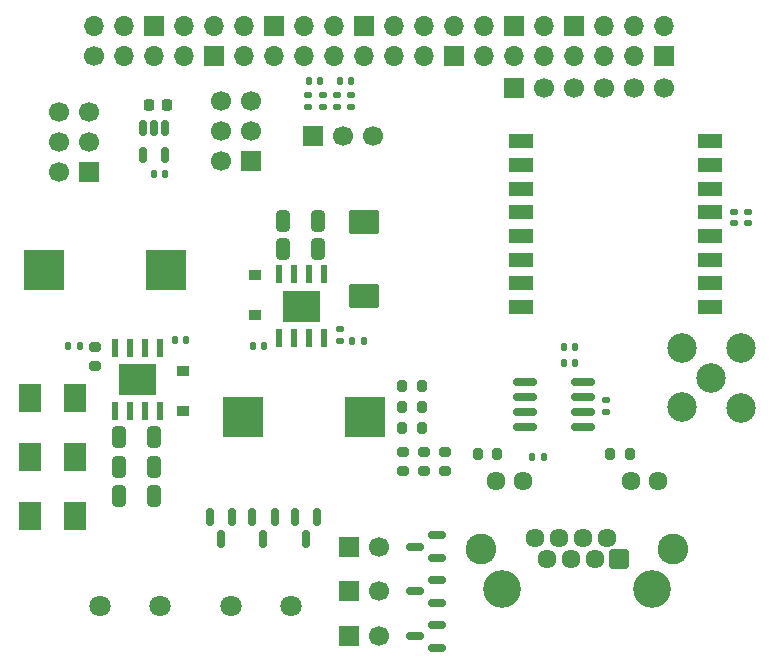
<source format=gbr>
%TF.GenerationSoftware,KiCad,Pcbnew,9.0.7*%
%TF.CreationDate,2026-02-09T21:03:29-05:00*%
%TF.ProjectId,central-board,63656e74-7261-46c2-9d62-6f6172642e6b,rev?*%
%TF.SameCoordinates,PX448a630PY53bb8c0*%
%TF.FileFunction,Soldermask,Top*%
%TF.FilePolarity,Negative*%
%FSLAX46Y46*%
G04 Gerber Fmt 4.6, Leading zero omitted, Abs format (unit mm)*
G04 Created by KiCad (PCBNEW 9.0.7) date 2026-02-09 21:03:29*
%MOMM*%
%LPD*%
G01*
G04 APERTURE LIST*
G04 Aperture macros list*
%AMRoundRect*
0 Rectangle with rounded corners*
0 $1 Rounding radius*
0 $2 $3 $4 $5 $6 $7 $8 $9 X,Y pos of 4 corners*
0 Add a 4 corners polygon primitive as box body*
4,1,4,$2,$3,$4,$5,$6,$7,$8,$9,$2,$3,0*
0 Add four circle primitives for the rounded corners*
1,1,$1+$1,$2,$3*
1,1,$1+$1,$4,$5*
1,1,$1+$1,$6,$7*
1,1,$1+$1,$8,$9*
0 Add four rect primitives between the rounded corners*
20,1,$1+$1,$2,$3,$4,$5,0*
20,1,$1+$1,$4,$5,$6,$7,0*
20,1,$1+$1,$6,$7,$8,$9,0*
20,1,$1+$1,$8,$9,$2,$3,0*%
G04 Aperture macros list end*
%ADD10C,0.000000*%
%ADD11C,3.200000*%
%ADD12RoundRect,0.102000X-0.704000X-0.704000X0.704000X-0.704000X0.704000X0.704000X-0.704000X0.704000X0*%
%ADD13C,1.612000*%
%ADD14C,2.604000*%
%ADD15O,1.700000X1.700000*%
%ADD16R,1.700000X1.700000*%
%ADD17C,1.700000*%
%ADD18RoundRect,0.250000X1.045000X-0.785000X1.045000X0.785000X-1.045000X0.785000X-1.045000X-0.785000X0*%
%ADD19RoundRect,0.135000X0.135000X0.185000X-0.135000X0.185000X-0.135000X-0.185000X0.135000X-0.185000X0*%
%ADD20RoundRect,0.140000X-0.140000X-0.170000X0.140000X-0.170000X0.140000X0.170000X-0.140000X0.170000X0*%
%ADD21RoundRect,0.250000X-0.325000X-0.650000X0.325000X-0.650000X0.325000X0.650000X-0.325000X0.650000X0*%
%ADD22RoundRect,0.150000X0.587500X0.150000X-0.587500X0.150000X-0.587500X-0.150000X0.587500X-0.150000X0*%
%ADD23RoundRect,0.135000X-0.135000X-0.185000X0.135000X-0.185000X0.135000X0.185000X-0.135000X0.185000X0*%
%ADD24RoundRect,0.135000X-0.185000X0.135000X-0.185000X-0.135000X0.185000X-0.135000X0.185000X0.135000X0*%
%ADD25RoundRect,0.250000X0.325000X0.650000X-0.325000X0.650000X-0.325000X-0.650000X0.325000X-0.650000X0*%
%ADD26RoundRect,0.200000X0.200000X0.275000X-0.200000X0.275000X-0.200000X-0.275000X0.200000X-0.275000X0*%
%ADD27RoundRect,0.140000X0.140000X0.170000X-0.140000X0.170000X-0.140000X-0.170000X0.140000X-0.170000X0*%
%ADD28R,0.599999X1.549999*%
%ADD29RoundRect,0.225000X0.225000X0.250000X-0.225000X0.250000X-0.225000X-0.250000X0.225000X-0.250000X0*%
%ADD30R,0.990000X0.880000*%
%ADD31RoundRect,0.200000X-0.275000X0.200000X-0.275000X-0.200000X0.275000X-0.200000X0.275000X0.200000X0*%
%ADD32RoundRect,0.135000X0.185000X-0.135000X0.185000X0.135000X-0.185000X0.135000X-0.185000X-0.135000X0*%
%ADD33RoundRect,0.150000X-0.150000X0.512500X-0.150000X-0.512500X0.150000X-0.512500X0.150000X0.512500X0*%
%ADD34RoundRect,0.150000X-0.825000X-0.150000X0.825000X-0.150000X0.825000X0.150000X-0.825000X0.150000X0*%
%ADD35C,1.803400*%
%ADD36RoundRect,0.200000X-0.200000X-0.275000X0.200000X-0.275000X0.200000X0.275000X-0.200000X0.275000X0*%
%ADD37R,3.500000X3.500000*%
%ADD38C,2.500000*%
%ADD39RoundRect,0.150000X-0.150000X0.587500X-0.150000X-0.587500X0.150000X-0.587500X0.150000X0.587500X0*%
%ADD40R,2.000000X1.200000*%
%ADD41RoundRect,0.140000X-0.170000X0.140000X-0.170000X-0.140000X0.170000X-0.140000X0.170000X0.140000X0*%
%ADD42R,1.900000X2.376000*%
G04 APERTURE END LIST*
D10*
%TO.C,U4*%
G36*
X13677000Y22450001D02*
G01*
X10577002Y22450001D01*
X10577002Y25050001D01*
X13677000Y25050001D01*
X13677000Y22450001D01*
G37*
%TO.C,U6*%
G36*
X27577057Y28649999D02*
G01*
X24477059Y28649999D01*
X24477059Y31249999D01*
X27577057Y31249999D01*
X27577057Y28649999D01*
G37*
%TD*%
D11*
%TO.C,J1*%
X43000000Y6000000D03*
X55700000Y6000000D03*
D12*
X52920000Y8540000D03*
D13*
X51900000Y10320000D03*
X50880000Y8540000D03*
X49860000Y10320000D03*
X48840000Y8540000D03*
X47820000Y10320000D03*
X46800000Y8540000D03*
X45780000Y10320000D03*
X56210000Y15140000D03*
X53920000Y15140000D03*
X44780000Y15140000D03*
X42490000Y15140000D03*
D14*
X41225000Y9430000D03*
X57475000Y9430000D03*
%TD*%
D15*
%TO.C,J4*%
X56707500Y53687000D03*
D16*
X56707500Y51147000D03*
D15*
X54167500Y53687000D03*
X54167500Y51147000D03*
X51627500Y53687000D03*
X51627500Y51147000D03*
D16*
X49087500Y53687000D03*
D15*
X49087500Y51147000D03*
X46547500Y53687000D03*
X46547500Y51147000D03*
D16*
X44007500Y53687000D03*
D15*
X44007500Y51147000D03*
X41467500Y53687000D03*
X41467500Y51147000D03*
X38927500Y53687000D03*
D16*
X38927500Y51147000D03*
D15*
X36387500Y53687000D03*
X36387500Y51147000D03*
X33847500Y53687000D03*
X33847500Y51147000D03*
D16*
X31307500Y53687000D03*
D15*
X31307500Y51147000D03*
X28767500Y53687000D03*
X28767500Y51147000D03*
X26227500Y53687000D03*
X26227500Y51147000D03*
D16*
X23687500Y53687000D03*
D15*
X23687500Y51147000D03*
X21147500Y53687000D03*
X21147500Y51147000D03*
X18607500Y53687000D03*
D16*
X18607500Y51147000D03*
D15*
X16067500Y53687000D03*
X16067500Y51147000D03*
D16*
X13527500Y53687000D03*
D15*
X13527500Y51147000D03*
X10987500Y53687000D03*
X10987500Y51147000D03*
X8447500Y53687000D03*
D17*
X8447500Y51147000D03*
%TD*%
D18*
%TO.C,C10*%
X31277057Y30800000D03*
X31277057Y37040000D03*
%TD*%
D19*
%TO.C,R5*%
X31297057Y27000000D03*
X30277057Y27000000D03*
%TD*%
D20*
%TO.C,C19*%
X26640000Y49000000D03*
X27600000Y49000000D03*
%TD*%
D21*
%TO.C,C15*%
X24477057Y37200000D03*
X27427057Y37200000D03*
%TD*%
D22*
%TO.C,Q5*%
X37475000Y1050000D03*
X37475000Y2950000D03*
X35600000Y2000000D03*
%TD*%
D23*
%TO.C,R4*%
X45500000Y17200000D03*
X46520000Y17200000D03*
%TD*%
D24*
%TO.C,R12*%
X27800000Y47820000D03*
X27800000Y46800000D03*
%TD*%
D21*
%TO.C,C12*%
X24477057Y34800000D03*
X27427057Y34800000D03*
%TD*%
D25*
%TO.C,C7*%
X13500000Y13850000D03*
X10550000Y13850000D03*
%TD*%
D26*
%TO.C,R11*%
X36200000Y23200000D03*
X34550000Y23200000D03*
%TD*%
D16*
%TO.C,J12*%
X8000000Y41320000D03*
D17*
X5460000Y41320000D03*
X8000000Y43860000D03*
X5460000Y43860000D03*
X8000000Y46400000D03*
X5460000Y46400000D03*
%TD*%
D16*
%TO.C,J10*%
X30060000Y9600000D03*
D17*
X32600000Y9600000D03*
%TD*%
D27*
%TO.C,C6*%
X14459339Y41180000D03*
X13499339Y41180000D03*
%TD*%
D24*
%TO.C,R13*%
X29000000Y47820000D03*
X29000000Y46800000D03*
%TD*%
D28*
%TO.C,U4*%
X14032001Y26450001D03*
X12762001Y26450001D03*
X11492001Y26450001D03*
X10222001Y26450001D03*
X10222001Y21050001D03*
X11492001Y21050001D03*
X12762001Y21050001D03*
X14032001Y21050001D03*
%TD*%
D29*
%TO.C,C5*%
X14649339Y46980000D03*
X13099339Y46980000D03*
%TD*%
D16*
%TO.C,J5*%
X27000000Y44400000D03*
D17*
X29540000Y44400000D03*
X32080000Y44400000D03*
%TD*%
D16*
%TO.C,J11*%
X30060000Y2000000D03*
D17*
X32600000Y2000000D03*
%TD*%
D30*
%TO.C,D2*%
X16000000Y21100000D03*
X16000000Y24485000D03*
%TD*%
D28*
%TO.C,U6*%
X24122058Y27249999D03*
X25392058Y27249999D03*
X26662058Y27249999D03*
X27932058Y27249999D03*
X27932058Y32649999D03*
X26662058Y32649999D03*
X25392058Y32649999D03*
X24122058Y32649999D03*
%TD*%
D26*
%TO.C,R10*%
X36200000Y21400000D03*
X34550000Y21400000D03*
%TD*%
D31*
%TO.C,R16*%
X36400000Y17650000D03*
X36400000Y16000000D03*
%TD*%
D24*
%TO.C,R14*%
X26600000Y47840000D03*
X26600000Y46820000D03*
%TD*%
D20*
%TO.C,C13*%
X15290000Y27100000D03*
X16250000Y27100000D03*
%TD*%
D32*
%TO.C,R6*%
X29277057Y26980000D03*
X29277057Y28000000D03*
%TD*%
D23*
%TO.C,R7*%
X6230000Y26600000D03*
X7250000Y26600000D03*
%TD*%
D27*
%TO.C,C3*%
X49200000Y25110000D03*
X48240000Y25110000D03*
%TD*%
D33*
%TO.C,U5*%
X14499339Y45055000D03*
X13549339Y45055000D03*
X12599339Y45055000D03*
X12599339Y42780000D03*
X14499339Y42780000D03*
%TD*%
D34*
%TO.C,U1*%
X44925000Y23505000D03*
X44925000Y22235000D03*
X44925000Y20965000D03*
X44925000Y19695000D03*
X49875000Y19695000D03*
X49875000Y20965000D03*
X49875000Y22235000D03*
X49875000Y23505000D03*
%TD*%
D35*
%TO.C,J3*%
X20060000Y4575000D03*
X25140000Y4575000D03*
%TD*%
D25*
%TO.C,C8*%
X13500000Y16350000D03*
X10550000Y16350000D03*
%TD*%
D36*
%TO.C,R3*%
X40950000Y17400000D03*
X42600000Y17400000D03*
%TD*%
D22*
%TO.C,Q6*%
X37475000Y4850000D03*
X37475000Y6750000D03*
X35600000Y5800000D03*
%TD*%
D26*
%TO.C,R2*%
X53800000Y17400000D03*
X52150000Y17400000D03*
%TD*%
D31*
%TO.C,R17*%
X38200000Y17650000D03*
X38200000Y16000000D03*
%TD*%
D37*
%TO.C,L2*%
X14550000Y33000000D03*
X4196000Y33000000D03*
%TD*%
D27*
%TO.C,C9*%
X22877057Y26600000D03*
X21917057Y26600000D03*
%TD*%
D22*
%TO.C,Q4*%
X37475000Y8650000D03*
X37475000Y10550000D03*
X35600000Y9600000D03*
%TD*%
D31*
%TO.C,R18*%
X34600000Y17650000D03*
X34600000Y16000000D03*
%TD*%
D16*
%TO.C,J8*%
X30060000Y5800000D03*
D17*
X32600000Y5800000D03*
%TD*%
D16*
%TO.C,J6*%
X21740000Y42260000D03*
D17*
X19200000Y42260000D03*
X21740000Y44800000D03*
X19200000Y44800000D03*
X21740000Y47340000D03*
X19200000Y47340000D03*
%TD*%
D38*
%TO.C,U3*%
X63200000Y26400000D03*
X63240000Y21360000D03*
X58200000Y21400000D03*
X58200000Y26400000D03*
X60700000Y23900000D03*
%TD*%
D24*
%TO.C,R15*%
X30200000Y47840000D03*
X30200000Y46820000D03*
%TD*%
D39*
%TO.C,Q3*%
X20150000Y12075000D03*
X18250000Y12075000D03*
X19200000Y10200000D03*
%TD*%
D25*
%TO.C,C11*%
X13500000Y18850000D03*
X10550000Y18850000D03*
%TD*%
D35*
%TO.C,J2*%
X9000000Y4600000D03*
X14080000Y4600000D03*
%TD*%
D40*
%TO.C,U2*%
X44600000Y43900000D03*
X44600000Y41900000D03*
X44600000Y39900000D03*
X44600000Y37900000D03*
X44600000Y35900000D03*
X44600000Y33900000D03*
X44600000Y31900000D03*
X44600000Y29900000D03*
X60600000Y29900000D03*
X60600000Y31900000D03*
X60600000Y33900000D03*
X60600000Y35900000D03*
X60600000Y37900000D03*
X60600000Y39900000D03*
X60600000Y41900000D03*
X60600000Y43900000D03*
%TD*%
D16*
%TO.C,J7*%
X44040000Y48400000D03*
D17*
X46580000Y48400000D03*
X49120000Y48400000D03*
X51660000Y48400000D03*
X54200000Y48400000D03*
X56740000Y48400000D03*
%TD*%
D27*
%TO.C,C4*%
X49200000Y26510000D03*
X48240000Y26510000D03*
%TD*%
D39*
%TO.C,Q2*%
X23750000Y12075000D03*
X21850000Y12075000D03*
X22800000Y10200000D03*
%TD*%
D31*
%TO.C,R8*%
X8500000Y26500000D03*
X8500000Y24850000D03*
%TD*%
D26*
%TO.C,R9*%
X36200000Y19600000D03*
X34550000Y19600000D03*
%TD*%
D41*
%TO.C,C2*%
X63800000Y37960000D03*
X63800000Y37000000D03*
%TD*%
D39*
%TO.C,Q1*%
X27350000Y12075000D03*
X25450000Y12075000D03*
X26400000Y10200000D03*
%TD*%
D41*
%TO.C,C1*%
X62600000Y37960000D03*
X62600000Y37000000D03*
%TD*%
D27*
%TO.C,C18*%
X30200000Y49000000D03*
X29240000Y49000000D03*
%TD*%
D37*
%TO.C,L1*%
X21077057Y20600000D03*
X31431057Y20600000D03*
%TD*%
D30*
%TO.C,D1*%
X22077057Y32585000D03*
X22077057Y29200000D03*
%TD*%
D32*
%TO.C,R1*%
X51800000Y21000000D03*
X51800000Y22020000D03*
%TD*%
D42*
%TO.C,C14*%
X3003000Y22200000D03*
X6800000Y22200000D03*
%TD*%
%TO.C,C16*%
X3003000Y12200000D03*
X6800000Y12200000D03*
%TD*%
%TO.C,C17*%
X3003000Y17200000D03*
X6800000Y17200000D03*
%TD*%
M02*

</source>
